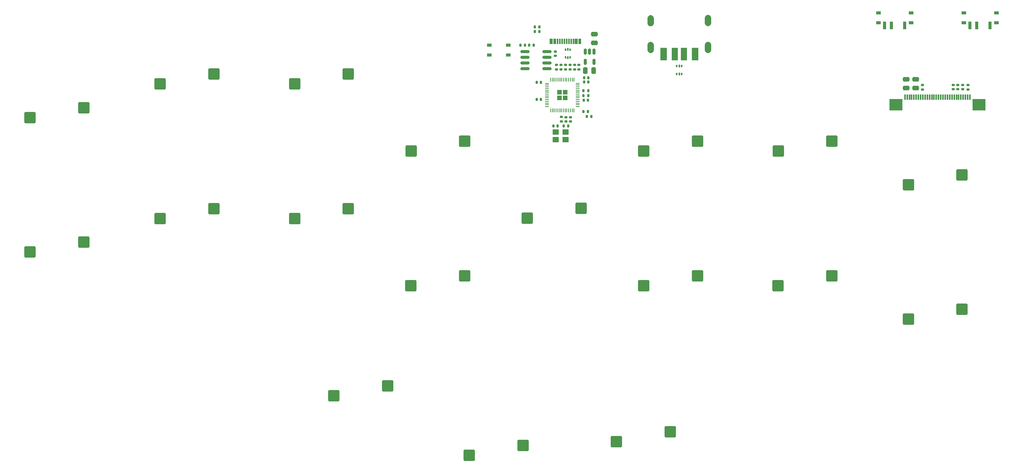
<source format=gtp>
G04 #@! TF.GenerationSoftware,KiCad,Pcbnew,8.0.1*
G04 #@! TF.CreationDate,2024-03-30T21:55:45-07:00*
G04 #@! TF.ProjectId,proj,70726f6a-2e6b-4696-9361-645f70636258,rev?*
G04 #@! TF.SameCoordinates,Original*
G04 #@! TF.FileFunction,Paste,Top*
G04 #@! TF.FilePolarity,Positive*
%FSLAX46Y46*%
G04 Gerber Fmt 4.6, Leading zero omitted, Abs format (unit mm)*
G04 Created by KiCad (PCBNEW 8.0.1) date 2024-03-30 21:55:45*
%MOMM*%
%LPD*%
G01*
G04 APERTURE LIST*
G04 Aperture macros list*
%AMRoundRect*
0 Rectangle with rounded corners*
0 $1 Rounding radius*
0 $2 $3 $4 $5 $6 $7 $8 $9 X,Y pos of 4 corners*
0 Add a 4 corners polygon primitive as box body*
4,1,4,$2,$3,$4,$5,$6,$7,$8,$9,$2,$3,0*
0 Add four circle primitives for the rounded corners*
1,1,$1+$1,$2,$3*
1,1,$1+$1,$4,$5*
1,1,$1+$1,$6,$7*
1,1,$1+$1,$8,$9*
0 Add four rect primitives between the rounded corners*
20,1,$1+$1,$2,$3,$4,$5,0*
20,1,$1+$1,$4,$5,$6,$7,0*
20,1,$1+$1,$6,$7,$8,$9,0*
20,1,$1+$1,$8,$9,$2,$3,0*%
G04 Aperture macros list end*
%ADD10C,0.000000*%
%ADD11RoundRect,0.140000X0.140000X0.170000X-0.140000X0.170000X-0.140000X-0.170000X0.140000X-0.170000X0*%
%ADD12RoundRect,0.135000X0.185000X-0.135000X0.185000X0.135000X-0.185000X0.135000X-0.185000X-0.135000X0*%
%ADD13R,1.400000X2.800000*%
%ADD14RoundRect,0.135000X-0.135000X-0.185000X0.135000X-0.185000X0.135000X0.185000X-0.135000X0.185000X0*%
%ADD15RoundRect,0.093750X-0.093750X0.156250X-0.093750X-0.156250X0.093750X-0.156250X0.093750X0.156250X0*%
%ADD16RoundRect,0.075000X-0.075000X0.250000X-0.075000X-0.250000X0.075000X-0.250000X0.075000X0.250000X0*%
%ADD17RoundRect,0.140000X0.170000X-0.140000X0.170000X0.140000X-0.170000X0.140000X-0.170000X-0.140000X0*%
%ADD18RoundRect,0.140000X-0.170000X0.140000X-0.170000X-0.140000X0.170000X-0.140000X0.170000X0.140000X0*%
%ADD19RoundRect,0.150000X-0.825000X-0.150000X0.825000X-0.150000X0.825000X0.150000X-0.825000X0.150000X0*%
%ADD20RoundRect,0.250000X-0.475000X0.250000X-0.475000X-0.250000X0.475000X-0.250000X0.475000X0.250000X0*%
%ADD21R,1.050000X0.700000*%
%ADD22RoundRect,0.250000X-0.292217X-0.292217X0.292217X-0.292217X0.292217X0.292217X-0.292217X0.292217X0*%
%ADD23RoundRect,0.050000X-0.387500X-0.050000X0.387500X-0.050000X0.387500X0.050000X-0.387500X0.050000X0*%
%ADD24RoundRect,0.050000X-0.050000X-0.387500X0.050000X-0.387500X0.050000X0.387500X-0.050000X0.387500X0*%
%ADD25RoundRect,0.250000X-0.250000X-0.475000X0.250000X-0.475000X0.250000X0.475000X-0.250000X0.475000X0*%
%ADD26R,1.400000X1.200000*%
%ADD27R,0.700000X1.800000*%
%ADD28R,1.000000X0.800000*%
%ADD29RoundRect,0.140000X-0.140000X-0.170000X0.140000X-0.170000X0.140000X0.170000X-0.140000X0.170000X0*%
%ADD30R,0.300000X1.150000*%
%ADD31RoundRect,0.135000X-0.185000X0.135000X-0.185000X-0.135000X0.185000X-0.135000X0.185000X0.135000X0*%
%ADD32RoundRect,0.135000X0.135000X0.185000X-0.135000X0.185000X-0.135000X-0.185000X0.135000X-0.185000X0*%
%ADD33R,0.300000X1.200000*%
%ADD34R,3.000000X2.500000*%
%ADD35RoundRect,0.250000X0.475000X-0.250000X0.475000X0.250000X-0.475000X0.250000X-0.475000X-0.250000X0*%
%ADD36RoundRect,0.150000X-0.150000X0.512500X-0.150000X-0.512500X0.150000X-0.512500X0.150000X0.512500X0*%
%ADD37RoundRect,0.250000X1.025000X1.000000X-1.025000X1.000000X-1.025000X-1.000000X1.025000X-1.000000X0*%
G04 APERTURE END LIST*
D10*
G36*
X185602200Y-40003784D02*
G01*
X184201700Y-40003784D01*
X184201700Y-37203784D01*
X185602200Y-37203784D01*
X185602200Y-40003784D01*
G37*
G36*
X188101200Y-40003784D02*
G01*
X186701200Y-40003784D01*
X186701200Y-37203784D01*
X188101200Y-37203784D01*
X188101200Y-40003784D01*
G37*
G36*
X190102700Y-40003784D02*
G01*
X188702700Y-40003784D01*
X188702700Y-37203784D01*
X190102700Y-37203784D01*
X190102700Y-40003784D01*
G37*
G36*
X192602200Y-40003784D02*
G01*
X191202200Y-40003784D01*
X191202200Y-37203784D01*
X192602200Y-37203784D01*
X192602200Y-40003784D01*
G37*
G36*
X182053700Y-29931284D02*
G01*
X182088200Y-29934784D01*
X182122700Y-29939784D01*
X182157200Y-29946784D01*
X182190700Y-29955284D01*
X182224200Y-29965784D01*
X182257200Y-29977784D01*
X182289200Y-29991284D01*
X182320700Y-30006284D01*
X182351200Y-30023284D01*
X182381200Y-30041284D01*
X182410200Y-30060784D01*
X182437700Y-30081784D01*
X182464700Y-30104284D01*
X182490200Y-30128284D01*
X182514700Y-30153284D01*
X182537700Y-30179284D01*
X182559200Y-30206784D01*
X182579700Y-30234784D01*
X182598700Y-30264284D01*
X182616200Y-30294784D01*
X182632200Y-30325784D01*
X182646200Y-30357284D01*
X182659200Y-30389784D01*
X182670200Y-30422784D01*
X182679700Y-30456784D01*
X182687700Y-30490784D01*
X182693700Y-30524784D01*
X182697700Y-30559784D01*
X182700700Y-30594284D01*
X182701200Y-30629284D01*
X182701200Y-31729284D01*
X182700700Y-31764284D01*
X182697700Y-31798784D01*
X182693700Y-31833784D01*
X182687700Y-31868284D01*
X182679700Y-31902284D01*
X182670200Y-31935784D01*
X182659200Y-31968784D01*
X182646200Y-32001284D01*
X182632200Y-32032784D01*
X182616200Y-32064284D01*
X182598700Y-32094284D01*
X182579700Y-32123784D01*
X182559200Y-32151784D01*
X182537700Y-32179284D01*
X182514700Y-32205284D01*
X182490200Y-32230284D01*
X182464700Y-32254284D01*
X182437700Y-32276784D01*
X182410200Y-32297784D01*
X182381200Y-32317284D01*
X182351200Y-32335284D01*
X182320700Y-32352284D01*
X182289200Y-32367284D01*
X182257200Y-32380784D01*
X182224200Y-32392784D01*
X182190700Y-32403284D01*
X182157200Y-32411784D01*
X182122700Y-32418784D01*
X182088200Y-32423784D01*
X182053700Y-32427284D01*
X182018700Y-32428784D01*
X181983700Y-32428784D01*
X181949200Y-32427284D01*
X181914200Y-32423784D01*
X181879700Y-32418784D01*
X181845700Y-32411784D01*
X181811700Y-32403284D01*
X181778200Y-32392784D01*
X181745700Y-32380784D01*
X181713700Y-32367284D01*
X181682200Y-32352284D01*
X181651200Y-32335284D01*
X181621700Y-32317284D01*
X181592700Y-32297784D01*
X181565200Y-32276784D01*
X181538200Y-32254284D01*
X181512700Y-32230284D01*
X181488200Y-32205284D01*
X181465200Y-32179284D01*
X181443200Y-32151784D01*
X181423200Y-32123784D01*
X181404200Y-32094284D01*
X181386700Y-32064284D01*
X181370700Y-32032784D01*
X181356200Y-32001284D01*
X181343700Y-31968784D01*
X181332700Y-31935784D01*
X181323200Y-31902284D01*
X181315200Y-31868284D01*
X181309200Y-31833784D01*
X181304700Y-31798784D01*
X181302200Y-31764284D01*
X181301200Y-31729284D01*
X181301200Y-30629284D01*
X181302200Y-30594284D01*
X181304700Y-30559784D01*
X181309200Y-30524784D01*
X181315200Y-30490784D01*
X181323200Y-30456784D01*
X181332700Y-30422784D01*
X181343700Y-30389784D01*
X181356200Y-30357284D01*
X181370700Y-30325784D01*
X181386700Y-30294784D01*
X181404200Y-30264284D01*
X181423200Y-30234784D01*
X181443200Y-30206784D01*
X181465200Y-30179284D01*
X181488200Y-30153284D01*
X181512700Y-30128284D01*
X181538200Y-30104284D01*
X181565200Y-30081784D01*
X181592700Y-30060784D01*
X181621700Y-30041284D01*
X181651200Y-30023284D01*
X181682200Y-30006284D01*
X181713700Y-29991284D01*
X181745700Y-29977784D01*
X181778200Y-29965784D01*
X181811700Y-29955284D01*
X181845700Y-29946784D01*
X181879700Y-29939784D01*
X181914200Y-29934784D01*
X181949200Y-29931284D01*
X181983700Y-29929284D01*
X182018700Y-29929284D01*
X182053700Y-29931284D01*
G37*
G36*
X182053700Y-35882284D02*
G01*
X182088200Y-35885784D01*
X182122700Y-35891284D01*
X182157200Y-35897784D01*
X182190700Y-35906784D01*
X182224200Y-35916784D01*
X182257200Y-35928784D01*
X182289200Y-35942284D01*
X182320700Y-35957784D01*
X182351200Y-35974284D01*
X182381200Y-35992284D01*
X182410200Y-36012284D01*
X182437700Y-36033284D01*
X182464700Y-36055784D01*
X182490200Y-36079284D01*
X182514700Y-36104284D01*
X182537700Y-36130284D01*
X182559200Y-36157784D01*
X182579700Y-36186284D01*
X182598700Y-36215284D01*
X182616200Y-36245784D01*
X182632200Y-36276784D01*
X182646200Y-36308784D01*
X182659200Y-36341284D01*
X182670200Y-36374284D01*
X182679700Y-36407784D01*
X182687700Y-36441784D01*
X182693700Y-36476284D01*
X182697700Y-36510784D01*
X182700700Y-36545784D01*
X182701200Y-36580284D01*
X182701200Y-37680784D01*
X182700700Y-37715284D01*
X182697700Y-37750284D01*
X182693700Y-37784784D01*
X182687700Y-37819284D01*
X182679700Y-37853284D01*
X182670200Y-37886784D01*
X182659200Y-37919784D01*
X182646200Y-37952284D01*
X182632200Y-37984284D01*
X182616200Y-38015284D01*
X182598700Y-38045284D01*
X182579700Y-38074784D01*
X182559200Y-38103284D01*
X182537700Y-38130284D01*
X182514700Y-38156784D01*
X182490200Y-38181784D01*
X182464700Y-38205284D01*
X182437700Y-38227784D01*
X182410200Y-38248784D01*
X182381200Y-38268784D01*
X182351200Y-38286784D01*
X182320700Y-38303284D01*
X182289200Y-38318784D01*
X182257200Y-38332284D01*
X182224200Y-38344284D01*
X182190700Y-38354284D01*
X182157200Y-38362784D01*
X182122700Y-38369784D01*
X182088200Y-38375284D01*
X182053700Y-38378784D01*
X182018700Y-38380284D01*
X181983700Y-38380284D01*
X181949200Y-38378784D01*
X181914200Y-38375284D01*
X181879700Y-38369784D01*
X181845700Y-38362784D01*
X181811700Y-38354284D01*
X181778200Y-38344284D01*
X181745700Y-38332284D01*
X181713700Y-38318784D01*
X181682200Y-38303284D01*
X181651200Y-38286784D01*
X181621700Y-38268784D01*
X181592700Y-38248784D01*
X181565200Y-38227784D01*
X181538200Y-38205284D01*
X181512700Y-38181784D01*
X181488200Y-38156784D01*
X181465200Y-38130284D01*
X181443200Y-38103284D01*
X181423200Y-38074784D01*
X181404200Y-38045284D01*
X181386700Y-38015284D01*
X181370700Y-37984284D01*
X181356200Y-37952284D01*
X181343700Y-37919784D01*
X181332700Y-37886784D01*
X181323200Y-37853284D01*
X181315200Y-37819284D01*
X181309200Y-37784784D01*
X181304700Y-37750284D01*
X181302200Y-37715284D01*
X181301200Y-37680784D01*
X181301200Y-36580284D01*
X181302200Y-36545784D01*
X181304700Y-36510784D01*
X181309200Y-36476284D01*
X181315200Y-36441784D01*
X181323200Y-36407784D01*
X181332700Y-36374284D01*
X181343700Y-36341284D01*
X181356200Y-36308784D01*
X181370700Y-36276784D01*
X181386700Y-36245784D01*
X181404200Y-36215284D01*
X181423200Y-36186284D01*
X181443200Y-36157784D01*
X181465200Y-36130284D01*
X181488200Y-36104284D01*
X181512700Y-36079284D01*
X181538200Y-36055784D01*
X181565200Y-36033284D01*
X181592700Y-36012284D01*
X181621700Y-35992284D01*
X181651200Y-35974284D01*
X181682200Y-35957784D01*
X181713700Y-35942284D01*
X181745700Y-35928784D01*
X181778200Y-35916784D01*
X181811700Y-35906784D01*
X181845700Y-35897784D01*
X181879700Y-35891284D01*
X181914200Y-35885784D01*
X181949200Y-35882284D01*
X181983700Y-35880784D01*
X182018700Y-35880784D01*
X182053700Y-35882284D01*
G37*
G36*
X194855200Y-29880284D02*
G01*
X194890200Y-29883784D01*
X194924700Y-29889284D01*
X194958700Y-29895784D01*
X194992700Y-29904784D01*
X195025700Y-29914784D01*
X195058700Y-29926784D01*
X195090700Y-29940284D01*
X195122200Y-29955784D01*
X195153200Y-29972284D01*
X195182700Y-29990284D01*
X195211700Y-30010284D01*
X195239700Y-30031284D01*
X195266200Y-30053784D01*
X195291700Y-30077284D01*
X195316200Y-30102284D01*
X195339200Y-30128284D01*
X195361200Y-30155784D01*
X195381200Y-30184284D01*
X195400200Y-30213284D01*
X195417700Y-30243784D01*
X195433700Y-30274784D01*
X195448200Y-30306784D01*
X195460700Y-30339284D01*
X195471700Y-30372284D01*
X195481200Y-30405784D01*
X195489200Y-30439784D01*
X195495200Y-30474284D01*
X195499700Y-30508784D01*
X195502200Y-30543784D01*
X195503200Y-30578284D01*
X195503200Y-31678284D01*
X195502200Y-31713284D01*
X195499700Y-31748284D01*
X195495200Y-31782784D01*
X195489200Y-31817284D01*
X195481200Y-31851284D01*
X195471700Y-31884784D01*
X195460700Y-31917784D01*
X195448200Y-31950284D01*
X195433700Y-31982284D01*
X195417700Y-32013284D01*
X195400200Y-32043284D01*
X195381200Y-32072784D01*
X195361200Y-32101284D01*
X195339200Y-32128284D01*
X195316200Y-32154784D01*
X195291700Y-32179784D01*
X195266200Y-32203284D01*
X195239700Y-32225784D01*
X195211700Y-32246784D01*
X195182700Y-32266284D01*
X195153200Y-32284784D01*
X195122200Y-32301284D01*
X195090700Y-32316284D01*
X195058700Y-32330284D01*
X195025700Y-32341784D01*
X194992700Y-32352284D01*
X194958700Y-32360784D01*
X194924700Y-32367784D01*
X194890200Y-32372784D01*
X194855200Y-32376284D01*
X194820700Y-32378284D01*
X194785700Y-32378284D01*
X194750700Y-32376284D01*
X194716200Y-32372784D01*
X194681700Y-32367784D01*
X194647200Y-32360784D01*
X194613200Y-32352284D01*
X194580200Y-32341784D01*
X194547200Y-32330284D01*
X194515200Y-32316284D01*
X194483700Y-32301284D01*
X194453200Y-32284784D01*
X194423200Y-32266284D01*
X194394200Y-32246784D01*
X194366700Y-32225784D01*
X194339700Y-32203284D01*
X194314200Y-32179784D01*
X194289700Y-32154784D01*
X194266700Y-32128284D01*
X194245200Y-32101284D01*
X194224700Y-32072784D01*
X194205700Y-32043284D01*
X194188200Y-32013284D01*
X194172200Y-31982284D01*
X194158200Y-31950284D01*
X194145200Y-31917784D01*
X194134200Y-31884784D01*
X194124700Y-31851284D01*
X194116700Y-31817284D01*
X194110700Y-31782784D01*
X194106700Y-31748284D01*
X194103700Y-31713284D01*
X194103200Y-31678284D01*
X194103200Y-30578284D01*
X194103700Y-30543784D01*
X194106700Y-30508784D01*
X194110700Y-30474284D01*
X194116700Y-30439784D01*
X194124700Y-30405784D01*
X194134200Y-30372284D01*
X194145200Y-30339284D01*
X194158200Y-30306784D01*
X194172200Y-30274784D01*
X194188200Y-30243784D01*
X194205700Y-30213284D01*
X194224700Y-30184284D01*
X194245200Y-30155784D01*
X194266700Y-30128284D01*
X194289700Y-30102284D01*
X194314200Y-30077284D01*
X194339700Y-30053784D01*
X194366700Y-30031284D01*
X194394200Y-30010284D01*
X194423200Y-29990284D01*
X194453200Y-29972284D01*
X194483700Y-29955784D01*
X194515200Y-29940284D01*
X194547200Y-29926784D01*
X194580200Y-29914784D01*
X194613200Y-29904784D01*
X194647200Y-29895784D01*
X194681700Y-29889284D01*
X194716200Y-29883784D01*
X194750700Y-29880284D01*
X194785700Y-29878784D01*
X194820700Y-29878784D01*
X194855200Y-29880284D01*
G37*
G36*
X194855200Y-35882284D02*
G01*
X194890200Y-35885784D01*
X194924700Y-35891284D01*
X194958700Y-35897784D01*
X194992700Y-35906784D01*
X195025700Y-35916784D01*
X195058700Y-35928784D01*
X195090700Y-35942284D01*
X195122200Y-35957784D01*
X195153200Y-35974284D01*
X195182700Y-35992284D01*
X195211700Y-36012284D01*
X195239700Y-36033284D01*
X195266200Y-36055784D01*
X195291700Y-36079284D01*
X195316200Y-36104284D01*
X195339200Y-36130284D01*
X195361200Y-36157784D01*
X195381200Y-36186284D01*
X195400200Y-36215284D01*
X195417700Y-36245784D01*
X195433700Y-36276784D01*
X195448200Y-36308784D01*
X195460700Y-36341284D01*
X195471700Y-36374284D01*
X195481200Y-36407784D01*
X195489200Y-36441784D01*
X195495200Y-36476284D01*
X195499700Y-36510784D01*
X195502200Y-36545784D01*
X195503200Y-36580284D01*
X195503200Y-37680784D01*
X195502200Y-37715284D01*
X195499700Y-37750284D01*
X195495200Y-37784784D01*
X195489200Y-37819284D01*
X195481200Y-37853284D01*
X195471700Y-37886784D01*
X195460700Y-37919784D01*
X195448200Y-37952284D01*
X195433700Y-37984284D01*
X195417700Y-38015284D01*
X195400200Y-38045284D01*
X195381200Y-38074784D01*
X195361200Y-38103284D01*
X195339200Y-38130284D01*
X195316200Y-38156784D01*
X195291700Y-38181784D01*
X195266200Y-38205284D01*
X195239700Y-38227784D01*
X195211700Y-38248784D01*
X195182700Y-38268784D01*
X195153200Y-38286784D01*
X195122200Y-38303284D01*
X195090700Y-38318784D01*
X195058700Y-38332284D01*
X195025700Y-38344284D01*
X194992700Y-38354284D01*
X194958700Y-38362784D01*
X194924700Y-38369784D01*
X194890200Y-38375284D01*
X194855200Y-38378784D01*
X194820700Y-38380284D01*
X194785700Y-38380284D01*
X194750700Y-38378784D01*
X194716200Y-38375284D01*
X194681700Y-38369784D01*
X194647200Y-38362784D01*
X194613200Y-38354284D01*
X194580200Y-38344284D01*
X194547200Y-38332284D01*
X194515200Y-38318784D01*
X194483700Y-38303284D01*
X194453200Y-38286784D01*
X194423200Y-38268784D01*
X194394200Y-38248784D01*
X194366700Y-38227784D01*
X194339700Y-38205284D01*
X194314200Y-38181784D01*
X194289700Y-38156784D01*
X194266700Y-38130284D01*
X194245200Y-38103284D01*
X194224700Y-38074784D01*
X194205700Y-38045284D01*
X194188200Y-38015284D01*
X194172200Y-37984284D01*
X194158200Y-37952284D01*
X194145200Y-37919784D01*
X194134200Y-37886784D01*
X194124700Y-37853284D01*
X194116700Y-37819284D01*
X194110700Y-37784784D01*
X194106700Y-37750284D01*
X194103700Y-37715284D01*
X194103200Y-37680784D01*
X194103200Y-36580284D01*
X194103700Y-36545784D01*
X194106700Y-36510784D01*
X194110700Y-36476284D01*
X194116700Y-36441784D01*
X194124700Y-36407784D01*
X194134200Y-36374284D01*
X194145200Y-36341284D01*
X194158200Y-36308784D01*
X194172200Y-36276784D01*
X194188200Y-36245784D01*
X194205700Y-36215284D01*
X194224700Y-36186284D01*
X194245200Y-36157784D01*
X194266700Y-36130284D01*
X194289700Y-36104284D01*
X194314200Y-36079284D01*
X194339700Y-36055784D01*
X194366700Y-36033284D01*
X194394200Y-36012284D01*
X194423200Y-35992284D01*
X194453200Y-35974284D01*
X194483700Y-35957784D01*
X194515200Y-35942284D01*
X194547200Y-35928784D01*
X194580200Y-35916784D01*
X194613200Y-35906784D01*
X194647200Y-35897784D01*
X194681700Y-35891284D01*
X194716200Y-35885784D01*
X194750700Y-35882284D01*
X194785700Y-35880784D01*
X194820700Y-35880784D01*
X194855200Y-35882284D01*
G37*
D11*
X163577200Y-54623250D03*
X162617200Y-54623250D03*
D12*
X162054150Y-53660050D03*
X162054150Y-52640050D03*
D13*
X191902200Y-38603784D03*
X189403200Y-38603784D03*
X187401200Y-38603784D03*
X184902200Y-38603784D03*
D14*
X152909800Y-36660400D03*
X153929800Y-36660400D03*
D15*
X164041100Y-37624400D03*
D16*
X163503600Y-37549400D03*
D15*
X162966100Y-37624400D03*
X162966100Y-39324400D03*
D16*
X163503600Y-39399400D03*
D15*
X164041100Y-39324400D03*
D17*
X161014400Y-42019200D03*
X161014400Y-41059200D03*
D14*
X167714200Y-52527200D03*
X168734200Y-52527200D03*
D18*
X251688600Y-45505200D03*
X251688600Y-46465200D03*
D19*
X153930800Y-38032000D03*
X153930800Y-39302000D03*
X153930800Y-40572000D03*
X153930800Y-41842000D03*
X158880800Y-41842000D03*
X158880800Y-40572000D03*
X158880800Y-39302000D03*
X158880800Y-38032000D03*
D20*
X241122200Y-44273200D03*
X241122200Y-46173200D03*
D11*
X157532000Y-44940800D03*
X156572000Y-44940800D03*
D21*
X146011200Y-36652200D03*
X150211200Y-36652200D03*
X146011200Y-38802200D03*
X150211200Y-38802200D03*
D18*
X252831600Y-45530600D03*
X252831600Y-46490600D03*
D17*
X162005000Y-42019200D03*
X162005000Y-41059200D03*
D22*
X161662150Y-47111950D03*
X161662150Y-48386950D03*
X162937150Y-47111950D03*
X162937150Y-48386950D03*
D23*
X158862150Y-45149450D03*
X158862150Y-45549450D03*
X158862150Y-45949450D03*
X158862150Y-46349450D03*
X158862150Y-46749450D03*
X158862150Y-47149450D03*
X158862150Y-47549450D03*
X158862150Y-47949450D03*
X158862150Y-48349450D03*
X158862150Y-48749450D03*
X158862150Y-49149450D03*
X158862150Y-49549450D03*
X158862150Y-49949450D03*
X158862150Y-50349450D03*
D24*
X159699650Y-51186950D03*
X160099650Y-51186950D03*
X160499650Y-51186950D03*
X160899650Y-51186950D03*
X161299650Y-51186950D03*
X161699650Y-51186950D03*
X162099650Y-51186950D03*
X162499650Y-51186950D03*
X162899650Y-51186950D03*
X163299650Y-51186950D03*
X163699650Y-51186950D03*
X164099650Y-51186950D03*
X164499650Y-51186950D03*
X164899650Y-51186950D03*
D23*
X165737150Y-50349450D03*
X165737150Y-49949450D03*
X165737150Y-49549450D03*
X165737150Y-49149450D03*
X165737150Y-48749450D03*
X165737150Y-48349450D03*
X165737150Y-47949450D03*
X165737150Y-47549450D03*
X165737150Y-47149450D03*
X165737150Y-46749450D03*
X165737150Y-46349450D03*
X165737150Y-45949450D03*
X165737150Y-45549450D03*
X165737150Y-45149450D03*
D24*
X164899650Y-44311950D03*
X164499650Y-44311950D03*
X164099650Y-44311950D03*
X163699650Y-44311950D03*
X163299650Y-44311950D03*
X162899650Y-44311950D03*
X162499650Y-44311950D03*
X162099650Y-44311950D03*
X161699650Y-44311950D03*
X161299650Y-44311950D03*
X160899650Y-44311950D03*
X160499650Y-44311950D03*
X160099650Y-44311950D03*
X159699650Y-44311950D03*
D25*
X167405000Y-42324600D03*
X169305000Y-42324600D03*
D26*
X160815100Y-57716000D03*
X163015100Y-57716000D03*
X163015100Y-56016000D03*
X160815100Y-56016000D03*
D14*
X166952200Y-51460400D03*
X167972200Y-51460400D03*
D27*
X253290000Y-32253800D03*
X254790000Y-32253800D03*
X257790000Y-32253800D03*
D28*
X251890000Y-31603800D03*
X251890000Y-29403800D03*
X259190000Y-31603800D03*
X259190000Y-29403800D03*
D29*
X167033000Y-48920400D03*
X167993000Y-48920400D03*
X167113000Y-43874000D03*
X168073000Y-43874000D03*
D27*
X234240000Y-32253800D03*
X235740000Y-32253800D03*
X238740000Y-32253800D03*
D28*
X232840000Y-31603800D03*
X232840000Y-29403800D03*
X240140000Y-31603800D03*
X240140000Y-29403800D03*
D29*
X167113000Y-44864600D03*
X168073000Y-44864600D03*
D14*
X154840200Y-36660400D03*
X155860200Y-36660400D03*
D17*
X160709600Y-38996600D03*
X160709600Y-38036600D03*
D30*
X166343800Y-35783800D03*
X165543800Y-35783800D03*
X164243800Y-35783800D03*
X163243800Y-35783800D03*
X162743800Y-35783800D03*
X161743800Y-35783800D03*
X160443800Y-35783800D03*
X159643800Y-35783800D03*
X159943800Y-35783800D03*
X160743800Y-35783800D03*
X161243800Y-35783800D03*
X162243800Y-35783800D03*
X163743800Y-35783800D03*
X164743800Y-35783800D03*
X165243800Y-35783800D03*
X166043800Y-35783800D03*
D31*
X164011600Y-41027200D03*
X164011600Y-42047200D03*
D32*
X157155600Y-33587000D03*
X156135600Y-33587000D03*
D31*
X162995600Y-41027200D03*
X162995600Y-42047200D03*
D32*
X168046400Y-47879000D03*
X167026400Y-47879000D03*
D18*
X250520200Y-45505200D03*
X250520200Y-46465200D03*
X163095550Y-52670050D03*
X163095550Y-53630050D03*
D17*
X165002200Y-42019200D03*
X165002200Y-41059200D03*
D31*
X242671600Y-45475200D03*
X242671600Y-46495200D03*
D33*
X253259000Y-48200000D03*
X252759000Y-48200000D03*
X252259000Y-48200000D03*
X251759000Y-48200000D03*
X251259000Y-48200000D03*
X250759000Y-48200000D03*
X250259500Y-48200000D03*
X249759000Y-48200000D03*
X249259500Y-48200000D03*
X248759000Y-48200000D03*
X248259500Y-48200000D03*
X247759000Y-48200000D03*
X247259500Y-48200000D03*
X246759000Y-48200000D03*
X246259500Y-48200000D03*
X245759000Y-48200000D03*
X245259500Y-48200000D03*
X244759000Y-48200000D03*
X244259500Y-48200000D03*
X243759000Y-48200000D03*
X243259500Y-48200000D03*
X242759000Y-48200000D03*
X242259500Y-48200000D03*
X241759000Y-48200000D03*
X241259500Y-48200000D03*
X240759000Y-48200000D03*
X240259500Y-48200000D03*
X239759000Y-48200000D03*
X239259500Y-48200000D03*
X238759000Y-48200000D03*
D34*
X236759000Y-49880000D03*
X255259000Y-49880000D03*
D20*
X239039400Y-44273200D03*
X239039400Y-46173200D03*
D29*
X160255000Y-54620200D03*
X161215000Y-54620200D03*
D32*
X168046400Y-46812200D03*
X167026400Y-46812200D03*
D18*
X249504200Y-45505200D03*
X249504200Y-46465200D03*
D35*
X169447200Y-36111800D03*
X169447200Y-34211800D03*
D32*
X157155600Y-32545600D03*
X156135600Y-32545600D03*
D18*
X164111550Y-52670050D03*
X164111550Y-53630050D03*
D17*
X165992800Y-42019200D03*
X165992800Y-41059200D03*
D11*
X157532000Y-48750800D03*
X156572000Y-48750800D03*
D36*
X169319100Y-38037500D03*
X168369100Y-38037500D03*
X167419100Y-38037500D03*
X167419100Y-40312500D03*
X169319100Y-40312500D03*
D15*
X188929300Y-41324584D03*
D16*
X188391800Y-41249584D03*
D15*
X187854300Y-41324584D03*
X187854300Y-43024584D03*
D16*
X188391800Y-43099584D03*
D15*
X188929300Y-43024584D03*
D37*
X114529000Y-73084100D03*
X102529000Y-75284100D03*
X84529000Y-43084000D03*
X72529000Y-45284000D03*
X114529000Y-43084000D03*
X102529000Y-45284000D03*
X153500000Y-125915900D03*
X141500000Y-128115900D03*
X166477000Y-73065100D03*
X154477000Y-75265100D03*
X251518500Y-65584100D03*
X239518500Y-67784100D03*
X251518500Y-95584100D03*
X239518500Y-97784100D03*
X55481000Y-80584100D03*
X43481000Y-82784100D03*
X222471100Y-58084100D03*
X210471100Y-60284100D03*
X140510000Y-58084100D03*
X128510000Y-60284100D03*
X84529000Y-73084100D03*
X72529000Y-75284100D03*
X186350400Y-122896900D03*
X174350400Y-125096900D03*
X140497000Y-88065100D03*
X128497000Y-90265100D03*
X55481000Y-50584100D03*
X43481000Y-52784100D03*
X192471100Y-58084100D03*
X180471100Y-60284100D03*
X222458100Y-88065100D03*
X210458100Y-90265100D03*
X192458100Y-88065100D03*
X180458100Y-90265100D03*
X123272000Y-112627700D03*
X111272000Y-114827700D03*
M02*

</source>
